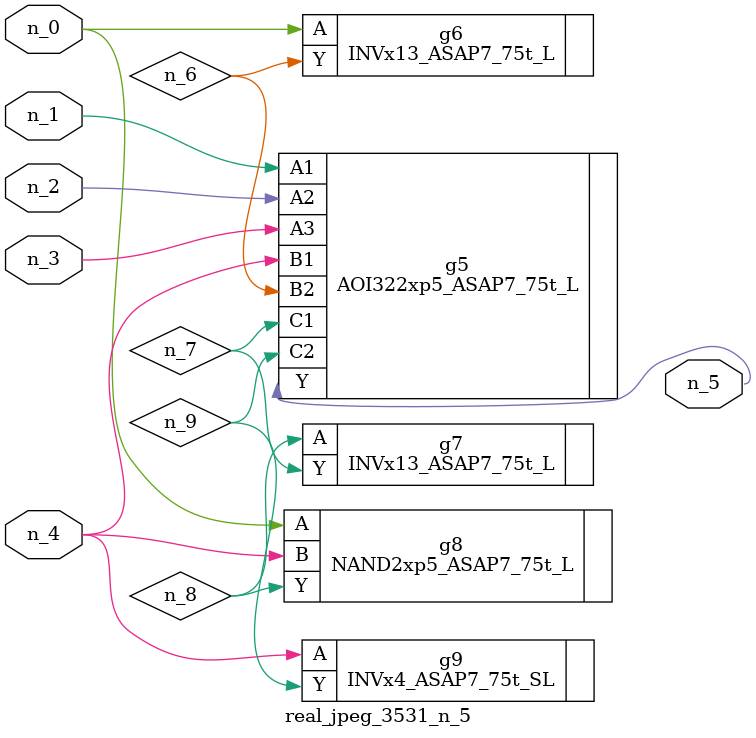
<source format=v>
module real_jpeg_3531_n_5 (n_4, n_0, n_1, n_2, n_3, n_5);

input n_4;
input n_0;
input n_1;
input n_2;
input n_3;

output n_5;

wire n_8;
wire n_6;
wire n_7;
wire n_9;

INVx13_ASAP7_75t_L g6 ( 
.A(n_0),
.Y(n_6)
);

NAND2xp5_ASAP7_75t_L g8 ( 
.A(n_0),
.B(n_4),
.Y(n_8)
);

AOI322xp5_ASAP7_75t_L g5 ( 
.A1(n_1),
.A2(n_2),
.A3(n_3),
.B1(n_4),
.B2(n_6),
.C1(n_7),
.C2(n_9),
.Y(n_5)
);

INVx4_ASAP7_75t_SL g9 ( 
.A(n_4),
.Y(n_9)
);

INVx13_ASAP7_75t_L g7 ( 
.A(n_8),
.Y(n_7)
);


endmodule
</source>
